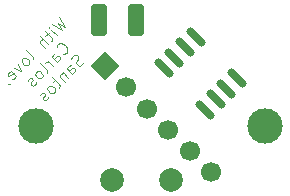
<source format=gbr>
%TF.GenerationSoftware,KiCad,Pcbnew,9.0.6-9.0.6~ubuntu24.04.1*%
%TF.CreationDate,2025-12-16T20:38:13-08:00*%
%TF.ProjectId,Shy_Beeper,5368795f-4265-4657-9065-722e6b696361,rev?*%
%TF.SameCoordinates,Original*%
%TF.FileFunction,Soldermask,Bot*%
%TF.FilePolarity,Negative*%
%FSLAX46Y46*%
G04 Gerber Fmt 4.6, Leading zero omitted, Abs format (unit mm)*
G04 Created by KiCad (PCBNEW 9.0.6-9.0.6~ubuntu24.04.1) date 2025-12-16 20:38:13*
%MOMM*%
%LPD*%
G01*
G04 APERTURE LIST*
G04 Aperture macros list*
%AMRoundRect*
0 Rectangle with rounded corners*
0 $1 Rounding radius*
0 $2 $3 $4 $5 $6 $7 $8 $9 X,Y pos of 4 corners*
0 Add a 4 corners polygon primitive as box body*
4,1,4,$2,$3,$4,$5,$6,$7,$8,$9,$2,$3,0*
0 Add four circle primitives for the rounded corners*
1,1,$1+$1,$2,$3*
1,1,$1+$1,$4,$5*
1,1,$1+$1,$6,$7*
1,1,$1+$1,$8,$9*
0 Add four rect primitives between the rounded corners*
20,1,$1+$1,$2,$3,$4,$5,0*
20,1,$1+$1,$4,$5,$6,$7,0*
20,1,$1+$1,$6,$7,$8,$9,0*
20,1,$1+$1,$8,$9,$2,$3,0*%
%AMRotRect*
0 Rectangle, with rotation*
0 The origin of the aperture is its center*
0 $1 length*
0 $2 width*
0 $3 Rotation angle, in degrees counterclockwise*
0 Add horizontal line*
21,1,$1,$2,0,0,$3*%
G04 Aperture macros list end*
%ADD10C,0.125000*%
%ADD11RoundRect,0.150000X0.689429X-0.477297X-0.477297X0.689429X-0.689429X0.477297X0.477297X-0.689429X0*%
%ADD12RotRect,1.700000X1.700000X45.000000*%
%ADD13C,1.700000*%
%ADD14RoundRect,0.250000X0.412500X1.100000X-0.412500X1.100000X-0.412500X-1.100000X0.412500X-1.100000X0*%
%ADD15C,2.000000*%
%ADD16C,3.000000*%
G04 APERTURE END LIST*
D10*
X143033500Y-90716410D02*
X143572248Y-91591875D01*
X143572248Y-91591875D02*
X142932485Y-91221486D01*
X142932485Y-91221486D02*
X143302874Y-91861249D01*
X143302874Y-91861249D02*
X142427409Y-91322501D01*
X142865142Y-92298982D02*
X142393737Y-91827577D01*
X142158035Y-91591875D02*
X142225379Y-91591875D01*
X142225379Y-91591875D02*
X142225379Y-91659219D01*
X142225379Y-91659219D02*
X142158035Y-91659219D01*
X142158035Y-91659219D02*
X142158035Y-91591875D01*
X142158035Y-91591875D02*
X142225379Y-91659219D01*
X142158035Y-92063279D02*
X141888661Y-92332653D01*
X141821318Y-91928592D02*
X142427409Y-92534684D01*
X142427409Y-92534684D02*
X142461081Y-92635699D01*
X142461081Y-92635699D02*
X142427409Y-92736714D01*
X142427409Y-92736714D02*
X142360066Y-92804058D01*
X142124363Y-93039760D02*
X141417257Y-92332654D01*
X141821318Y-93342806D02*
X141450928Y-92972417D01*
X141450928Y-92972417D02*
X141417257Y-92871402D01*
X141417257Y-92871402D02*
X141450928Y-92770386D01*
X141450928Y-92770386D02*
X141551944Y-92669371D01*
X141551944Y-92669371D02*
X141652959Y-92635699D01*
X141652959Y-92635699D02*
X141720302Y-92635699D01*
X140844837Y-94319287D02*
X140878508Y-94218272D01*
X140878508Y-94218272D02*
X140844837Y-94117257D01*
X140844837Y-94117257D02*
X140238745Y-93511165D01*
X140474447Y-94689677D02*
X140508119Y-94588662D01*
X140508119Y-94588662D02*
X140508119Y-94521318D01*
X140508119Y-94521318D02*
X140474447Y-94420303D01*
X140474447Y-94420303D02*
X140272416Y-94218272D01*
X140272416Y-94218272D02*
X140171401Y-94184601D01*
X140171401Y-94184601D02*
X140104058Y-94184601D01*
X140104058Y-94184601D02*
X140003042Y-94218272D01*
X140003042Y-94218272D02*
X139902027Y-94319288D01*
X139902027Y-94319288D02*
X139868355Y-94420303D01*
X139868355Y-94420303D02*
X139868355Y-94487646D01*
X139868355Y-94487646D02*
X139902027Y-94588662D01*
X139902027Y-94588662D02*
X140104058Y-94790692D01*
X140104058Y-94790692D02*
X140205073Y-94824364D01*
X140205073Y-94824364D02*
X140272416Y-94824364D01*
X140272416Y-94824364D02*
X140373432Y-94790692D01*
X140373432Y-94790692D02*
X140474447Y-94689677D01*
X139531638Y-94689677D02*
X139834684Y-95329440D01*
X139834684Y-95329440D02*
X139194920Y-95026394D01*
X139093905Y-96002875D02*
X139194920Y-95969204D01*
X139194920Y-95969204D02*
X139329607Y-95834517D01*
X139329607Y-95834517D02*
X139363279Y-95733501D01*
X139363279Y-95733501D02*
X139329607Y-95632486D01*
X139329607Y-95632486D02*
X139060233Y-95363112D01*
X139060233Y-95363112D02*
X138959218Y-95329440D01*
X138959218Y-95329440D02*
X138858203Y-95363112D01*
X138858203Y-95363112D02*
X138723516Y-95497799D01*
X138723516Y-95497799D02*
X138689844Y-95598814D01*
X138689844Y-95598814D02*
X138723516Y-95699830D01*
X138723516Y-95699830D02*
X138790859Y-95767173D01*
X138790859Y-95767173D02*
X139194920Y-95497799D01*
X138723516Y-96373265D02*
X138757187Y-96406937D01*
X138757187Y-96406937D02*
X138858203Y-96440608D01*
X138858203Y-96440608D02*
X138925546Y-96440608D01*
X143414289Y-93891952D02*
X143481632Y-93891952D01*
X143481632Y-93891952D02*
X143616319Y-93824609D01*
X143616319Y-93824609D02*
X143683663Y-93757265D01*
X143683663Y-93757265D02*
X143751006Y-93622578D01*
X143751006Y-93622578D02*
X143751006Y-93487891D01*
X143751006Y-93487891D02*
X143717334Y-93386876D01*
X143717334Y-93386876D02*
X143616319Y-93218517D01*
X143616319Y-93218517D02*
X143515304Y-93117502D01*
X143515304Y-93117502D02*
X143346945Y-93016487D01*
X143346945Y-93016487D02*
X143245930Y-92982815D01*
X143245930Y-92982815D02*
X143111243Y-92982815D01*
X143111243Y-92982815D02*
X142976556Y-93050158D01*
X142976556Y-93050158D02*
X142909212Y-93117502D01*
X142909212Y-93117502D02*
X142841869Y-93252189D01*
X142841869Y-93252189D02*
X142841869Y-93319532D01*
X142875541Y-94565387D02*
X142505151Y-94194998D01*
X142505151Y-94194998D02*
X142471480Y-94093983D01*
X142471480Y-94093983D02*
X142505151Y-93992967D01*
X142505151Y-93992967D02*
X142639838Y-93858280D01*
X142639838Y-93858280D02*
X142740854Y-93824609D01*
X142841869Y-94531715D02*
X142942884Y-94498044D01*
X142942884Y-94498044D02*
X143111243Y-94329685D01*
X143111243Y-94329685D02*
X143144915Y-94228670D01*
X143144915Y-94228670D02*
X143111243Y-94127654D01*
X143111243Y-94127654D02*
X143043899Y-94060311D01*
X143043899Y-94060311D02*
X142942884Y-94026639D01*
X142942884Y-94026639D02*
X142841869Y-94060311D01*
X142841869Y-94060311D02*
X142673510Y-94228670D01*
X142673510Y-94228670D02*
X142572495Y-94262341D01*
X142538823Y-94902105D02*
X142067419Y-94430700D01*
X142202106Y-94565387D02*
X142101090Y-94531716D01*
X142101090Y-94531716D02*
X142033747Y-94531716D01*
X142033747Y-94531716D02*
X141932732Y-94565387D01*
X141932732Y-94565387D02*
X141865388Y-94632731D01*
X142000075Y-95440853D02*
X142033746Y-95339838D01*
X142033746Y-95339838D02*
X142000075Y-95238823D01*
X142000075Y-95238823D02*
X141393983Y-94632731D01*
X141629685Y-95811243D02*
X141663357Y-95710227D01*
X141663357Y-95710227D02*
X141663357Y-95642884D01*
X141663357Y-95642884D02*
X141629685Y-95541869D01*
X141629685Y-95541869D02*
X141427655Y-95339838D01*
X141427655Y-95339838D02*
X141326639Y-95306166D01*
X141326639Y-95306166D02*
X141259296Y-95306166D01*
X141259296Y-95306166D02*
X141158281Y-95339838D01*
X141158281Y-95339838D02*
X141057265Y-95440853D01*
X141057265Y-95440853D02*
X141023594Y-95541869D01*
X141023594Y-95541869D02*
X141023594Y-95609212D01*
X141023594Y-95609212D02*
X141057265Y-95710227D01*
X141057265Y-95710227D02*
X141259296Y-95912258D01*
X141259296Y-95912258D02*
X141360311Y-95945930D01*
X141360311Y-95945930D02*
X141427655Y-95945930D01*
X141427655Y-95945930D02*
X141528670Y-95912258D01*
X141528670Y-95912258D02*
X141629685Y-95811243D01*
X141090937Y-96282647D02*
X141057265Y-96383663D01*
X141057265Y-96383663D02*
X140922578Y-96518350D01*
X140922578Y-96518350D02*
X140821563Y-96552021D01*
X140821563Y-96552021D02*
X140720548Y-96518350D01*
X140720548Y-96518350D02*
X140686876Y-96484678D01*
X140686876Y-96484678D02*
X140653204Y-96383663D01*
X140653204Y-96383663D02*
X140686876Y-96282647D01*
X140686876Y-96282647D02*
X140787891Y-96181632D01*
X140787891Y-96181632D02*
X140821563Y-96080617D01*
X140821563Y-96080617D02*
X140787891Y-95979601D01*
X140787891Y-95979601D02*
X140754220Y-95945930D01*
X140754220Y-95945930D02*
X140653204Y-95912258D01*
X140653204Y-95912258D02*
X140552189Y-95945930D01*
X140552189Y-95945930D02*
X140451174Y-96046945D01*
X140451174Y-96046945D02*
X140417502Y-96147960D01*
X145125110Y-94525278D02*
X145057767Y-94659965D01*
X145057767Y-94659965D02*
X144889408Y-94828324D01*
X144889408Y-94828324D02*
X144788393Y-94861996D01*
X144788393Y-94861996D02*
X144721049Y-94861996D01*
X144721049Y-94861996D02*
X144620034Y-94828324D01*
X144620034Y-94828324D02*
X144552691Y-94760980D01*
X144552691Y-94760980D02*
X144519019Y-94659965D01*
X144519019Y-94659965D02*
X144519019Y-94592621D01*
X144519019Y-94592621D02*
X144552691Y-94491606D01*
X144552691Y-94491606D02*
X144653706Y-94323247D01*
X144653706Y-94323247D02*
X144687378Y-94222232D01*
X144687378Y-94222232D02*
X144687378Y-94154889D01*
X144687378Y-94154889D02*
X144653706Y-94053873D01*
X144653706Y-94053873D02*
X144586362Y-93986530D01*
X144586362Y-93986530D02*
X144485347Y-93952858D01*
X144485347Y-93952858D02*
X144418004Y-93952858D01*
X144418004Y-93952858D02*
X144316988Y-93986530D01*
X144316988Y-93986530D02*
X144148630Y-94154889D01*
X144148630Y-94154889D02*
X144081286Y-94289576D01*
X144148629Y-95569102D02*
X143778240Y-95198713D01*
X143778240Y-95198713D02*
X143744568Y-95097698D01*
X143744568Y-95097698D02*
X143778240Y-94996683D01*
X143778240Y-94996683D02*
X143912927Y-94861996D01*
X143912927Y-94861996D02*
X144013942Y-94828324D01*
X144114958Y-95535431D02*
X144215973Y-95501759D01*
X144215973Y-95501759D02*
X144384332Y-95333400D01*
X144384332Y-95333400D02*
X144418003Y-95232385D01*
X144418003Y-95232385D02*
X144384332Y-95131370D01*
X144384332Y-95131370D02*
X144316988Y-95064026D01*
X144316988Y-95064026D02*
X144215973Y-95030354D01*
X144215973Y-95030354D02*
X144114958Y-95064026D01*
X144114958Y-95064026D02*
X143946599Y-95232385D01*
X143946599Y-95232385D02*
X143845584Y-95266057D01*
X143340507Y-95434415D02*
X143811912Y-95905820D01*
X143407851Y-95501759D02*
X143340507Y-95501759D01*
X143340507Y-95501759D02*
X143239492Y-95535431D01*
X143239492Y-95535431D02*
X143138477Y-95636446D01*
X143138477Y-95636446D02*
X143104805Y-95737461D01*
X143104805Y-95737461D02*
X143138477Y-95838476D01*
X143138477Y-95838476D02*
X143508866Y-96208866D01*
X142801759Y-95973163D02*
X142532385Y-96242537D01*
X142465042Y-95838476D02*
X143071133Y-96444568D01*
X143071133Y-96444568D02*
X143104805Y-96545583D01*
X143104805Y-96545583D02*
X143071133Y-96646599D01*
X143071133Y-96646599D02*
X143003790Y-96713942D01*
X142667072Y-97050660D02*
X142700744Y-96949645D01*
X142700744Y-96949645D02*
X142700744Y-96882301D01*
X142700744Y-96882301D02*
X142667072Y-96781286D01*
X142667072Y-96781286D02*
X142465041Y-96579255D01*
X142465041Y-96579255D02*
X142364026Y-96545584D01*
X142364026Y-96545584D02*
X142296683Y-96545584D01*
X142296683Y-96545584D02*
X142195667Y-96579255D01*
X142195667Y-96579255D02*
X142094652Y-96680271D01*
X142094652Y-96680271D02*
X142060980Y-96781286D01*
X142060980Y-96781286D02*
X142060980Y-96848629D01*
X142060980Y-96848629D02*
X142094652Y-96949645D01*
X142094652Y-96949645D02*
X142296683Y-97151675D01*
X142296683Y-97151675D02*
X142397698Y-97185347D01*
X142397698Y-97185347D02*
X142465041Y-97185347D01*
X142465041Y-97185347D02*
X142566057Y-97151675D01*
X142566057Y-97151675D02*
X142667072Y-97050660D01*
X142128324Y-97522064D02*
X142094652Y-97623080D01*
X142094652Y-97623080D02*
X141959965Y-97757767D01*
X141959965Y-97757767D02*
X141858950Y-97791438D01*
X141858950Y-97791438D02*
X141757935Y-97757767D01*
X141757935Y-97757767D02*
X141724263Y-97724095D01*
X141724263Y-97724095D02*
X141690591Y-97623080D01*
X141690591Y-97623080D02*
X141724263Y-97522064D01*
X141724263Y-97522064D02*
X141825278Y-97421049D01*
X141825278Y-97421049D02*
X141858950Y-97320034D01*
X141858950Y-97320034D02*
X141825278Y-97219019D01*
X141825278Y-97219019D02*
X141791606Y-97185347D01*
X141791606Y-97185347D02*
X141690591Y-97151675D01*
X141690591Y-97151675D02*
X141589576Y-97185347D01*
X141589576Y-97185347D02*
X141488561Y-97286362D01*
X141488561Y-97286362D02*
X141454889Y-97387377D01*
D11*
%TO.C,U1*%
X158097128Y-95903051D03*
X157199102Y-96801076D03*
X156301076Y-97699102D03*
X155403051Y-98597128D03*
X151902872Y-95096949D03*
X152800898Y-94198924D03*
X153698924Y-93300898D03*
X154596949Y-92402872D03*
%TD*%
D12*
%TO.C,J1*%
X146907898Y-94907898D03*
D13*
X148703949Y-96703949D03*
X150500000Y-98500000D03*
X152296052Y-100296052D03*
X154092103Y-102092103D03*
X155888154Y-103888154D03*
%TD*%
D14*
%TO.C,C1*%
X149562500Y-91000000D03*
X146437500Y-91000000D03*
%TD*%
D15*
%TO.C,BZ1*%
X147500000Y-104500000D03*
X152500000Y-104500000D03*
%TD*%
D16*
%TO.C,BT1*%
X160500000Y-100000000D03*
X141100000Y-100000000D03*
%TD*%
M02*

</source>
